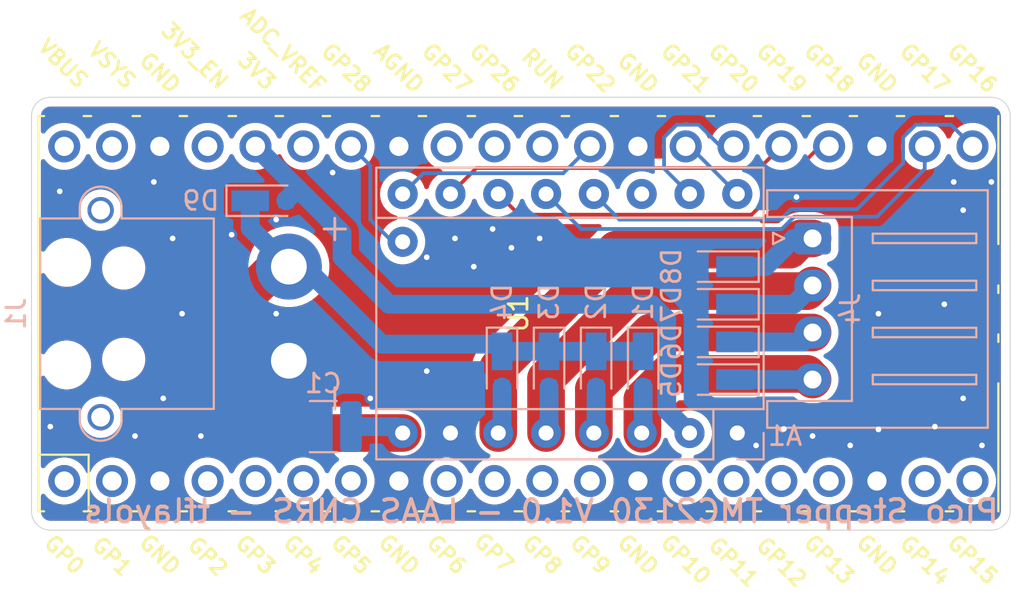
<source format=kicad_pcb>
(kicad_pcb (version 20241229) (generator "pcbnew") (generator_version "9.0")
  (layers (0 "F.Cu" signal) (2 "B.Cu" signal) (13 "F.Paste" user) (15 "B.Paste" user) (5 "F.SilkS" user "F.Silkscreen") (7 "B.SilkS" user "B.Silkscreen") (1 "F.Mask" user) (3 "B.Mask" user) (25 "Edge.Cuts" user))
  (net 0 "")
  (net 16 "Net-(A1-1A)")
  (net 17 "Net-(A1-1B)")
  (net 18 "/MOSI")
  (net 19 "GND")
  (net 20 "Net-(A1-2A)")
  (net 21 "/STEP_X")
  (net 22 "VDD")
  (net 23 "/ENA_X")
  (net 24 "VMOT")
  (net 25 "/DIR_X")
  (net 26 "/MISO")
  (net 27 "/CS_X")
  (net 28 "Net-(A1-2B)")
  (net 29 "/SCK")
  (net 30 "/CS_Y")
  (net 31 "/DIR_Y")
  (net 32 "/ENA_Y")
  (net 33 "/STEP_Y")
  (net 34 "/STEP_Z")
  (net 35 "/DIR_Z")
  (net 36 "/CS_Z")
  (net 37 "/ENA_Z")
  (net 39 "/DIAG0_X")
  (footprint "MCU_RaspberryPi_and_Boards:RPi_Pico_SMD_TH" (layer "F.Cu") (at 142.37 128.5 90)
    (property "Reference" "U1" (at 0 0 90) (layer "F.SilkS"))
    (property "Value" "Pico")
    (fp_line (start 10.5 -25.5) (end 10.5 -25.2) (stroke (width 0.12)) (layer "F.SilkS"))
    (fp_line (start -10.5 -25.5) (end 10.5 -25.5) (stroke (width 0.12)) (layer "F.SilkS"))
    (fp_line (start -10.5 -25.5) (end -10.5 -25.2) (stroke (width 0.12)) (layer "F.SilkS"))
    (fp_line (start 10.5 -23.1) (end 10.5 -22.7) (stroke (width 0.12)) (layer "F.SilkS"))
    (fp_line (start -10.5 -23.1) (end -10.5 -22.7) (stroke (width 0.12)) (layer "F.SilkS"))
    (fp_line (start -7.493 -22.833) (end -7.493 -25.5) (stroke (width 0.12)) (layer "F.SilkS"))
    (fp_line (start -10.5 -22.833) (end -7.493 -22.833) (stroke (width 0.12)) (layer "F.SilkS"))
    (fp_line (start 10.5 -20.5) (end 10.5 -20.1) (stroke (width 0.12)) (layer "F.SilkS"))
    (fp_line (start -10.5 -20.5) (end -10.5 -20.1) (stroke (width 0.12)) (layer "F.SilkS"))
    (fp_line (start 10.5 -18) (end 10.5 -17.6) (stroke (width 0.12)) (layer "F.SilkS"))
    (fp_line (start -10.5 -18) (end -10.5 -17.6) (stroke (width 0.12)) (layer "F.SilkS"))
    (fp_line (start 10.5 -15.4) (end 10.5 -15) (stroke (width 0.12)) (layer "F.SilkS"))
    (fp_line (start -10.5 -15.4) (end -10.5 -15) (stroke (width 0.12)) (layer "F.SilkS"))
    (fp_line (start 10.5 -12.9) (end 10.5 -12.5) (stroke (width 0.12)) (layer "F.SilkS"))
    (fp_line (start -10.5 -12.9) (end -10.5 -12.5) (stroke (width 0.12)) (layer "F.SilkS"))
    (fp_line (start 10.5 -10.4) (end 10.5 -10) (stroke (width 0.12)) (layer "F.SilkS"))
    (fp_line (start -10.5 -10.4) (end -10.5 -10) (stroke (width 0.12)) (layer "F.SilkS"))
    (fp_line (start 10.5 -7.8) (end 10.5 -7.4) (stroke (width 0.12)) (layer "F.SilkS"))
    (fp_line (start -10.5 -7.8) (end -10.5 -7.4) (stroke (width 0.12)) (layer "F.SilkS"))
    (fp_line (start 10.5 -5.3) (end 10.5 -4.9) (stroke (width 0.12)) (layer "F.SilkS"))
    (fp_line (start -10.5 -5.3) (end -10.5 -4.9) (stroke (width 0.12)) (layer "F.SilkS"))
    (fp_line (start 10.5 -2.7) (end 10.5 -2.3) (stroke (width 0.12)) (layer "F.SilkS"))
    (fp_line (start -10.5 -2.7) (end -10.5 -2.3) (stroke (width 0.12)) (layer "F.SilkS"))
    (fp_line (start 10.5 -0.2) (end 10.5 0.2) (stroke (width 0.12)) (layer "F.SilkS"))
    (fp_line (start -10.5 -0.2) (end -10.5 0.2) (stroke (width 0.12)) (layer "F.SilkS"))
    (fp_line (start 10.5 2.3) (end 10.5 2.7) (stroke (width 0.12)) (layer "F.SilkS"))
    (fp_line (start -10.5 2.3) (end -10.5 2.7) (stroke (width 0.12)) (layer "F.SilkS"))
    (fp_line (start 10.5 4.9) (end 10.5 5.3) (stroke (width 0.12)) (layer "F.SilkS"))
    (fp_line (start -10.5 4.9) (end -10.5 5.3) (stroke (width 0.12)) (layer "F.SilkS"))
    (fp_line (start 10.5 7.4) (end 10.5 7.8) (stroke (width 0.12)) (layer "F.SilkS"))
    (fp_line (start -10.5 7.4) (end -10.5 7.8) (stroke (width 0.12)) (layer "F.SilkS"))
    (fp_line (start 10.5 10) (end 10.5 10.4) (stroke (width 0.12)) (layer "F.SilkS"))
    (fp_line (start -10.5 10) (end -10.5 10.4) (stroke (width 0.12)) (layer "F.SilkS"))
    (fp_line (start 10.5 12.5) (end 10.5 12.9) (stroke (width 0.12)) (layer "F.SilkS"))
    (fp_line (start -10.5 12.5) (end -10.5 12.9) (stroke (width 0.12)) (layer "F.SilkS"))
    (fp_line (start 10.5 15.1) (end 10.5 15.5) (stroke (width 0.12)) (layer "F.SilkS"))
    (fp_line (start -10.5 15.1) (end -10.5 15.5) (stroke (width 0.12)) (layer "F.SilkS"))
    (fp_line (start 10.5 17.6) (end 10.5 18) (stroke (width 0.12)) (layer "F.SilkS"))
    (fp_line (start -10.5 17.6) (end -10.5 18) (stroke (width 0.12)) (layer "F.SilkS"))
    (fp_line (start 10.5 20.1) (end 10.5 20.5) (stroke (width 0.12)) (layer "F.SilkS"))
    (fp_line (start -10.5 20.1) (end -10.5 20.5) (stroke (width 0.12)) (layer "F.SilkS"))
    (fp_line (start 10.5 22.7) (end 10.5 23.1) (stroke (width 0.12)) (layer "F.SilkS"))
    (fp_line (start -10.5 22.7) (end -10.5 23.1) (stroke (width 0.12)) (layer "F.SilkS"))
    (fp_line (start 10.5 25.5) (end 3.7 25.5) (stroke (width 0.12)) (layer "F.SilkS"))
    (fp_line (start 1.1 25.5) (end 1.5 25.5) (stroke (width 0.12)) (layer "F.SilkS"))
    (fp_line (start -1.5 25.5) (end -1.1 25.5) (stroke (width 0.12)) (layer "F.SilkS"))
    (fp_line (start -3.7 25.5) (end -10.5 25.5) (stroke (width 0.12)) (layer "F.SilkS"))
    (fp_text user "GP13" (at -13.054 16.51 135) (layer "F.SilkS") (effects (font (size 0.8 0.8))))
    (fp_text user "GND" (at 12.8 19.05 135) (layer "F.SilkS") (effects (font (size 0.8 0.8))))
    (fp_text user "GP22" (at 13.054 3.81 135) (layer "F.SilkS") (effects (font (size 0.8 0.8))))
    (fp_text user "AGND" (at 13.054 -6.35 135) (layer "F.SilkS") (effects (font (size 0.8 0.8))))
    (fp_text user "GP15" (at -13.054 24.13 135) (layer "F.SilkS") (effects (font (size 0.8 0.8))))
    (fp_text user "3V3_EN" (at 13.7 -17.2 135) (layer "F.SilkS") (effects (font (size 0.8 0.8))))
    (fp_text user "GP9" (at -12.8 3.81 135) (layer "F.SilkS") (effects (font (size 0.8 0.8))))
    (fp_text user "GND" (at -12.8 6.35 135) (layer "F.SilkS") (effects (font (size 0.8 0.8))))
    (fp_text user "GP27" (at 13.054 -3.8 135) (layer "F.SilkS") (effects (font (size 0.8 0.8))))
    (fp_text user "GND" (at 12.8 -19.05 135) (layer "F.SilkS") (effects (font (size 0.8 0.8))))
    (fp_text user "GP7" (at -12.7 -1.3 135) (layer "F.SilkS") (effects (font (size 0.8 0.8))))
    (fp_text user "GND" (at -12.8 -6.35 135) (layer "F.SilkS") (effects (font (size 0.8 0.8))))
    (fp_text user "GP19" (at 13.054 13.97 135) (layer "F.SilkS") (effects (font (size 0.8 0.8))))
    (fp_text user "GND" (at -12.8 19.05 135) (layer "F.SilkS") (effects (font (size 0.8 0.8))))
    (fp_text user "GP4" (at -12.8 -11.43 135) (layer "F.SilkS") (effects (font (size 0.8 0.8))))
    (fp_text user "VBUS" (at 13.3 -24.2 135) (layer "F.SilkS") (effects (font (size 0.8 0.8))))
    (fp_text user "GP0" (at -12.8 -24.13 135) (layer "F.SilkS") (effects (font (size 0.8 0.8))))
    (fp_text user "GP8" (at -12.8 1.27 135) (layer "F.SilkS") (effects (font (size 0.8 0.8))))
    (fp_text user "GND" (at -12.8 -19.05 135) (layer "F.SilkS") (effects (font (size 0.8 0.8))))
    (fp_text user "GP3" (at -12.8 -13.97 135) (layer "F.SilkS") (effects (font (size 0.8 0.8))))
    (fp_text user "GP16" (at 13.054 24.13 135) (layer "F.SilkS") (effects (font (size 0.8 0.8))))
    (fp_text user "GP26" (at 13.054 -1.27 135) (layer "F.SilkS") (effects (font (size 0.8 0.8))))
    (fp_text user "GP14" (at -13.1 21.59 135) (layer "F.SilkS") (effects (font (size 0.8 0.8))))
    (fp_text user "RUN" (at 13 1.27 135) (layer "F.SilkS") (effects (font (size 0.8 0.8))))
    (fp_text user "GP17" (at 13.054 21.59 135) (layer "F.SilkS") (effects (font (size 0.8 0.8))))
    (fp_text user "GP28" (at 13.054 -9.144 135) (layer "F.SilkS") (effects (font (size 0.8 0.8))))
    (fp_text user "GP12" (at -13.2 13.97 135) (layer "F.SilkS") (effects (font (size 0.8 0.8))))
    (fp_text user "VSYS" (at 13.2 -21.59 135) (layer "F.SilkS") (effects (font (size 0.8 0.8))))
    (fp_text user "GP2" (at -12.9 -16.51 135) (layer "F.SilkS") (effects (font (size 0.8 0.8))))
    (fp_text user "GP18" (at 13.054 16.51 135) (layer "F.SilkS") (effects (font (size 0.8 0.8))))
    (fp_text user "GP11" (at -13.2 11.43 135) (layer "F.SilkS") (effects (font (size 0.8 0.8))))
    (fp_text user "GND" (at 12.8 6.35 135) (layer "F.SilkS") (effects (font (size 0.8 0.8))))
    (fp_text user "GP6" (at -12.8 -3.81 135) (layer "F.SilkS") (effects (font (size 0.8 0.8))))
    (fp_text user "ADC_VREF" (at 14 -12.5 135) (layer "F.SilkS") (effects (font (size 0.8 0.8))))
    (fp_text user "GP5" (at -12.8 -8.89 135) (layer "F.SilkS") (effects (font (size 0.8 0.8))))
    (fp_text user "GP21" (at 13.054 8.9 135) (layer "F.SilkS") (effects (font (size 0.8 0.8))))
    (fp_text user "GP10" (at -13.054 8.89 135) (layer "F.SilkS") (effects (font (size 0.8 0.8))))
    (fp_text user "GP20" (at 13.054 11.43 135) (layer "F.SilkS") (effects (font (size 0.8 0.8))))
    (fp_text user "3V3" (at 12.9 -13.9 135) (layer "F.SilkS") (effects (font (size 0.8 0.8))))
    (fp_text user "GP1" (at -12.9 -21.6 135) (layer "F.SilkS") (effects (font (size 0.8 0.8))))
    (pad "" np_thru_hole oval (at -2.725 -24 90) (size 1.8 1.8) (drill 1.8) (layers "*.Cu" "*.Mask"))
    (pad "" np_thru_hole oval (at -2.425 -20.97 90) (size 1.5 1.5) (drill 1.5) (layers "*.Cu" "*.Mask"))
    (pad "" np_thru_hole oval (at 2.425 -20.97 90) (size 1.5 1.5) (drill 1.5) (layers "*.Cu" "*.Mask"))
    (pad "" np_thru_hole oval (at 2.725 -24 90) (size 1.8 1.8) (drill 1.8) (layers "*.Cu" "*.Mask"))
    (pad "1" thru_hole oval (at -8.89 -24.13 90) (size 1.7 1.7) (drill 1.02) (layers "*.Cu" "*.Mask"))
    (pad "2" thru_hole oval (at -8.89 -21.59 90) (size 1.7 1.7) (drill 1.02) (layers "*.Cu" "*.Mask"))
    (pad "3" thru_hole rect (at -8.89 -19.05 90) (size 1.7 1.7) (drill 1.02) (layers "*.Cu" "*.Mask") (net 19 "GND"))
    (pad "4" thru_hole oval (at -8.89 -16.51 90) (size 1.7 1.7) (drill 1.02) (layers "*.Cu" "*.Mask"))
    (pad "5" thru_hole oval (at -8.89 -13.97 90) (size 1.7 1.7) (drill 1.02) (layers "*.Cu" "*.Mask"))
    (pad "6" thru_hole oval (at -8.89 -11.43 90) (size 1.7 1.7) (drill 1.02) (layers "*.Cu" "*.Mask"))
    (pad "7" thru_hole oval (at -8.89 -8.89 90) (size 1.7 1.7) (drill 1.02) (layers "*.Cu" "*.Mask"))
    (pad "8" thru_hole rect (at -8.89 -6.35 90) (size 1.7 1.7) (drill 1.02) (layers "*.Cu" "*.Mask") (net 19 "GND"))
    (pad "9" thru_hole oval (at -8.89 -3.81 90) (size 1.7 1.7) (drill 1.02) (layers "*.Cu" "*.Mask") (net 30 "/CS_Y"))
    (pad "10" thru_hole oval (at -8.89 -1.27 90) (size 1.7 1.7) (drill 1.02) (layers "*.Cu" "*.Mask") (net 32 "/ENA_Y"))
    (pad "11" thru_hole oval (at -8.89 1.27 90) (size 1.7 1.7) (drill 1.02) (layers "*.Cu" "*.Mask") (net 31 "/DIR_Y"))
    (pad "12" thru_hole oval (at -8.89 3.81 90) (size 1.7 1.7) (drill 1.02) (layers "*.Cu" "*.Mask") (net 33 "/STEP_Y"))
    (pad "13" thru_hole rect (at -8.89 6.35 90) (size 1.7 1.7) (drill 1.02) (layers "*.Cu" "*.Mask") (net 19 "GND"))
    (pad "14" thru_hole oval (at -8.89 8.89 90) (size 1.7 1.7) (drill 1.02) (layers "*.Cu" "*.Mask") (net 36 "/CS_Z"))
    (pad "15" thru_hole oval (at -8.89 11.43 90) (size 1.7 1.7) (drill 1.02) (layers "*.Cu" "*.Mask") (net 37 "/ENA_Z"))
    (pad "16" thru_hole oval (at -8.89 13.97 90) (size 1.7 1.7) (drill 1.02) (layers "*.Cu" "*.Mask") (net 35 "/DIR_Z"))
    (pad "17" thru_hole oval (at -8.89 16.51 90) (size 1.7 1.7) (drill 1.02) (layers "*.Cu" "*.Mask") (net 34 "/STEP_Z"))
    (pad "18" thru_hole rect (at -8.89 19.05 90) (size 1.7 1.7) (drill 1.02) (layers "*.Cu" "*.Mask") (net 19 "GND"))
    (pad "19" thru_hole oval (at -8.89 21.59 90) (size 1.7 1.7) (drill 1.02) (layers "*.Cu" "*.Mask"))
    (pad "20" thru_hole oval (at -8.89 24.13 90) (size 1.7 1.7) (drill 1.02) (layers "*.Cu" "*.Mask"))
    (pad "21" thru_hole oval (at 8.89 24.13 90) (size 1.7 1.7) (drill 1.02) (layers "*.Cu" "*.Mask") (net 26 "/MISO"))
    (pad "22" thru_hole oval (at 8.89 21.59 90) (size 1.7 1.7) (drill 1.02) (layers "*.Cu" "*.Mask") (net 27 "/CS_X"))
    (pad "23" thru_hole rect (at 8.89 19.05 90) (size 1.7 1.7) (drill 1.02) (layers "*.Cu" "*.Mask") (net 19 "GND"))
    (pad "24" thru_hole oval (at 8.89 16.51 90) (size 1.7 1.7) (drill 1.02) (layers "*.Cu" "*.Mask") (net 29 "/SCK"))
    (pad "25" thru_hole oval (at 8.89 13.97 90) (size 1.7 1.7) (drill 1.02) (layers "*.Cu" "*.Mask") (net 18 "/MOSI"))
    (pad "26" thru_hole oval (at 8.89 11.43 90) (size 1.7 1.7) (drill 1.02) (layers "*.Cu" "*.Mask") (net 21 "/STEP_X"))
    (pad "27" thru_hole oval (at 8.89 8.89 90) (size 1.7 1.7) (drill 1.02) (layers "*.Cu" "*.Mask") (net 25 "/DIR_X"))
    (pad "28" thru_hole rect (at 8.89 6.35 90) (size 1.7 1.7) (drill 1.02) (layers "*.Cu" "*.Mask") (net 19 "GND"))
    (pad "29" thru_hole oval (at 8.89 3.81 90) (size 1.7 1.7) (drill 1.02) (layers "*.Cu" "*.Mask") (net 23 "/ENA_X"))
    (pad "30" thru_hole oval (at 8.89 1.27 90) (size 1.7 1.7) (drill 1.02) (layers "*.Cu" "*.Mask"))
    (pad "31" thru_hole oval (at 8.89 -1.27 90) (size 1.7 1.7) (drill 1.02) (layers "*.Cu" "*.Mask"))
    (pad "32" thru_hole oval (at 8.89 -3.81 90) (size 1.7 1.7) (drill 1.02) (layers "*.Cu" "*.Mask"))
    (pad "33" thru_hole rect (at 8.89 -6.35 90) (size 1.7 1.7) (drill 1.02) (layers "*.Cu" "*.Mask") (net 19 "GND"))
    (pad "34" thru_hole oval (at 8.89 -8.89 90) (size 1.7 1.7) (drill 1.02) (layers "*.Cu" "*.Mask") (net 39 "/DIAG0_X"))
    (pad "35" thru_hole oval (at 8.89 -11.43 90) (size 1.7 1.7) (drill 1.02) (layers "*.Cu" "*.Mask"))
    (pad "36" thru_hole oval (at 8.89 -13.97 90) (size 1.7 1.7) (drill 1.02) (layers "*.Cu" "*.Mask") (net 22 "VDD"))
    (pad "37" thru_hole oval (at 8.89 -16.51 90) (size 1.7 1.7) (drill 1.02) (layers "*.Cu" "*.Mask"))
    (pad "38" thru_hole rect (at 8.89 -19.05 90) (size 1.7 1.7) (drill 1.02) (layers "*.Cu" "*.Mask") (net 19 "GND"))
    (pad "39" thru_hole oval (at 8.89 -21.59 90) (size 1.7 1.7) (drill 1.02) (layers "*.Cu" "*.Mask"))
    (pad "40" thru_hole oval (at 8.89 -24.13 90) (size 1.7 1.7) (drill 1.02) (layers "*.Cu" "*.Mask"))
  )
  (footprint "Diode_SMD:D_MicroSMP_AK" (layer "B.Cu") (at 141.5 131.38 -90)
    (property "Reference" "D4" (at -3.5 0 90) (layer "B.SilkS") (effects (justify mirror)))
    (property "Value" "MSS1P4-M3")
    (fp_line (start -2.14 0.81) (end 1.1 0.81) (stroke (width 0.12)) (layer "B.SilkS"))
    (fp_line (start -2.14 0.81) (end -2.14 -0.81) (stroke (width 0.12)) (layer "B.SilkS"))
    (fp_line (start -2.14 -0.81) (end 1.1 -0.81) (stroke (width 0.12)) (layer "B.SilkS"))
    (pad "1" smd rect (at -0.88 0 270) (size 2 1.1) (layers "B.Cu" "B.Mask" "B.Paste") (net 24 "VMOT"))
    (pad "2" smd rect (at 1.02 0 270) (size 0.8 0.8) (layers "B.Cu" "B.Mask" "B.Paste") (net 28 "Net-(A1-2B)"))
  )
  (footprint "Diode_SMD:D_MicroSMP_AK" (layer "B.Cu") (at 149 131.38 -90)
    (property "Reference" "D1" (at -3.5 0 90) (layer "B.SilkS") (effects (justify mirror)))
    (property "Value" "MSS1P4-M3")
    (fp_line (start -2.14 0.81) (end 1.1 0.81) (stroke (width 0.12)) (layer "B.SilkS"))
    (fp_line (start -2.14 0.81) (end -2.14 -0.81) (stroke (width 0.12)) (layer "B.SilkS"))
    (fp_line (start -2.14 -0.81) (end 1.1 -0.81) (stroke (width 0.12)) (layer "B.SilkS"))
    (pad "1" smd rect (at -0.88 0 270) (size 2 1.1) (layers "B.Cu" "B.Mask" "B.Paste") (net 24 "VMOT"))
    (pad "2" smd rect (at 1.02 0 270) (size 0.8 0.8) (layers "B.Cu" "B.Mask" "B.Paste") (net 17 "Net-(A1-1B)"))
  )
  (footprint "Connector_AMASS:AMASS_XT30PW-M_1x02_P2.50mm_Horizontal" (layer "B.Cu") (at 130.175 131 -90)
    (property "Reference" "J1" (at -2.5 14.5 90) (layer "B.SilkS") (effects (justify mirror)))
    (property "Value" "Conn_01x02_Pin")
    (fp_line (start -7.56 13.21) (end 2.56 13.21) (stroke (width 0.12)) (layer "B.SilkS"))
    (fp_line (start -7.56 13.21) (end -7.56 11.11) (stroke (width 0.12)) (layer "B.SilkS"))
    (fp_line (start 2.56 13.21) (end 2.56 11.11) (stroke (width 0.12)) (layer "B.SilkS"))
    (fp_line (start -8.15 11.11) (end -7.56 11.11) (stroke (width 0.12)) (layer "B.SilkS"))
    (fp_line (start 2.56 11.11) (end 3.15 11.11) (stroke (width 0.12)) (layer "B.SilkS"))
    (fp_line (start -8.15 8.89) (end -7.56 8.89) (stroke (width 0.12)) (layer "B.SilkS"))
    (fp_line (start -7.56 8.89) (end -7.56 3.99) (stroke (width 0.12)) (layer "B.SilkS"))
    (fp_line (start 2.56 8.89) (end 3.15 8.89) (stroke (width 0.12)) (layer "B.SilkS"))
    (fp_line (start 2.56 8.89) (end 2.56 3.99) (stroke (width 0.12)) (layer "B.SilkS"))
    (fp_line (start -7.56 3.99) (end 2.56 3.99) (stroke (width 0.12)) (layer "B.SilkS"))
    (fp_arc (start -8.15 11.11) (mid -9.26 10) (end -8.15 8.89) (stroke (width 0.12)) (layer "B.SilkS"))
    (fp_arc (start 3.15 8.89) (mid 4.26 10) (end 3.15 11.11) (stroke (width 0.12)) (layer "B.SilkS"))
    (fp_text user "+" (at -7 -2.325 90) (layer "B.SilkS") (effects (font (size 1.5 1.5)) (justify mirror)))
    (fp_text user "-" (at 2 -2.325 90) (layer "B.SilkS") (effects (font (size 1.5 1.5)) (justify mirror)))
    (pad "" thru_hole circle (at -8 10 270) (size 1.4 1.4) (drill 1) (layers "*.Cu" "*.Mask"))
    (pad "" thru_hole circle (at 3 10 270) (size 1.4 1.4) (drill 1) (layers "*.Cu" "*.Mask"))
    (pad "1" thru_hole roundrect (at 0 0 270) (size 3.5 3.5) (drill 1.9) (layers "*.Cu" "*.Mask") (roundrect_rratio 0.22) (net 19 "GND"))
    (pad "2" thru_hole circle (at -5 0 270) (size 3.5 3.5) (drill 1.9) (layers "*.Cu" "*.Mask") (net 24 "VMOT"))
  )
  (footprint "Diode_SMD:D_MicroSMP_AK" (layer "B.Cu") (at 153 130 180)
    (property "Reference" "D6" (at 2.5 0 90) (layer "B.SilkS") (effects (justify mirror)))
    (property "Value" "MSS1P4-M3")
    (fp_line (start -2.14 0.81) (end 1.1 0.81) (stroke (width 0.12)) (layer "B.SilkS"))
    (fp_line (start -2.14 0.81) (end -2.14 -0.81) (stroke (width 0.12)) (layer "B.SilkS"))
    (fp_line (start -2.14 -0.81) (end 1.1 -0.81) (stroke (width 0.12)) (layer "B.SilkS"))
    (pad "1" smd rect (at -0.88 0 180) (size 2 1.1) (layers "B.Cu" "B.Mask" "B.Paste") (net 16 "Net-(A1-1A)"))
    (pad "2" smd rect (at 1.02 0 180) (size 0.8 0.8) (layers "B.Cu" "B.Mask" "B.Paste") (net 19 "GND"))
  )
  (footprint "Diode_SMD:D_MicroSMP_AK" (layer "B.Cu") (at 153 128 180)
    (property "Reference" "D7" (at 2.5 0 90) (layer "B.SilkS") (effects (justify mirror)))
    (property "Value" "MSS1P4-M3")
    (fp_line (start -2.14 0.81) (end 1.1 0.81) (stroke (width 0.12)) (layer "B.SilkS"))
    (fp_line (start -2.14 0.81) (end -2.14 -0.81) (stroke (width 0.12)) (layer "B.SilkS"))
    (fp_line (start -2.14 -0.81) (end 1.1 -0.81) (stroke (width 0.12)) (layer "B.SilkS"))
    (pad "1" smd rect (at -0.88 0 180) (size 2 1.1) (layers "B.Cu" "B.Mask" "B.Paste") (net 20 "Net-(A1-2A)"))
    (pad "2" smd rect (at 1.02 0 180) (size 0.8 0.8) (layers "B.Cu" "B.Mask" "B.Paste") (net 19 "GND"))
  )
  (footprint "Diode_SMD:D_MicroSMP_AK" (layer "B.Cu") (at 146.5 131.38 -90)
    (property "Reference" "D2" (at -3.5 0 90) (layer "B.SilkS") (effects (justify mirror)))
    (property "Value" "MSS1P4-M3")
    (fp_line (start -2.14 0.81) (end 1.1 0.81) (stroke (width 0.12)) (layer "B.SilkS"))
    (fp_line (start -2.14 0.81) (end -2.14 -0.81) (stroke (width 0.12)) (layer "B.SilkS"))
    (fp_line (start -2.14 -0.81) (end 1.1 -0.81) (stroke (width 0.12)) (layer "B.SilkS"))
    (pad "1" smd rect (at -0.88 0 270) (size 2 1.1) (layers "B.Cu" "B.Mask" "B.Paste") (net 24 "VMOT"))
    (pad "2" smd rect (at 1.02 0 270) (size 0.8 0.8) (layers "B.Cu" "B.Mask" "B.Paste") (net 16 "Net-(A1-1A)"))
  )
  (footprint "Diode_SMD:D_MicroSMP_AK" (layer "B.Cu") (at 129 122.5)
    (property "Reference" "D9" (at -3.5 0 0) (layer "B.SilkS") (effects (justify mirror)))
    (property "Value" "MSS1P4-M3")
    (fp_line (start -2.14 -0.81) (end 1.1 -0.81) (stroke (width 0.12)) (layer "B.SilkS"))
    (fp_line (start -2.14 0.81) (end -2.14 -0.81) (stroke (width 0.12)) (layer "B.SilkS"))
    (fp_line (start -2.14 0.81) (end 1.1 0.81) (stroke (width 0.12)) (layer "B.SilkS"))
    (pad "1" smd rect (at -0.88 0) (size 2 1.1) (layers "B.Cu" "B.Mask" "B.Paste") (net 24 "VMOT"))
    (pad "2" smd rect (at 1.02 0) (size 0.8 0.8) (layers "B.Cu" "B.Mask" "B.Paste") (net 22 "VDD"))
  )
  (footprint "Diode_SMD:D_MicroSMP_AK" (layer "B.Cu") (at 153 132 180)
    (property "Reference" "D5" (at 2.5 0 90) (layer "B.SilkS") (effects (justify mirror)))
    (property "Value" "MSS1P4-M3")
    (fp_line (start -2.14 0.81) (end 1.1 0.81) (stroke (width 0.12)) (layer "B.SilkS"))
    (fp_line (start -2.14 0.81) (end -2.14 -0.81) (stroke (width 0.12)) (layer "B.SilkS"))
    (fp_line (start -2.14 -0.81) (end 1.1 -0.81) (stroke (width 0.12)) (layer "B.SilkS"))
    (pad "1" smd rect (at -0.88 0 180) (size 2 1.1) (layers "B.Cu" "B.Mask" "B.Paste") (net 17 "Net-(A1-1B)"))
    (pad "2" smd rect (at 1.02 0 180) (size 0.8 0.8) (layers "B.Cu" "B.Mask" "B.Paste") (net 19 "GND"))
  )
  (footprint "Capacitor_SMD:C_1210_3225Metric" (layer "B.Cu") (at 132 134.5 180)
    (property "Reference" "C1" (at 0 2.3 0) (layer "B.SilkS") (effects (justify mirror)))
    (property "Value" "C")
    (fp_line (start -0.711252 1.36) (end 0.711252 1.36) (stroke (width 0.12)) (layer "B.SilkS"))
    (fp_line (start -0.711252 -1.36) (end 0.711252 -1.36) (stroke (width 0.12)) (layer "B.SilkS"))
    (pad "1" smd roundrect (at -1.475 0 180) (size 1.15 2.7) (layers "B.Cu" "B.Mask" "B.Paste") (roundrect_rratio 0.217391) (net 24 "VMOT"))
    (pad "2" smd roundrect (at 1.475 0 180) (size 1.15 2.7) (layers "B.Cu" "B.Mask" "B.Paste") (roundrect_rratio 0.217391) (net 19 "GND"))
  )
  (footprint "Diode_SMD:D_MicroSMP_AK" (layer "B.Cu") (at 144 131.38 -90)
    (property "Reference" "D3" (at -3.5 0 90) (layer "B.SilkS") (effects (justify mirror)))
    (property "Value" "MSS1P4-M3")
    (fp_line (start -2.14 0.81) (end 1.1 0.81) (stroke (width 0.12)) (layer "B.SilkS"))
    (fp_line (start -2.14 0.81) (end -2.14 -0.81) (stroke (width 0.12)) (layer "B.SilkS"))
    (fp_line (start -2.14 -0.81) (end 1.1 -0.81) (stroke (width 0.12)) (layer "B.SilkS"))
    (pad "1" smd rect (at -0.88 0 270) (size 2 1.1) (layers "B.Cu" "B.Mask" "B.Paste") (net 24 "VMOT"))
    (pad "2" smd rect (at 1.02 0 270) (size 0.8 0.8) (layers "B.Cu" "B.Mask" "B.Paste") (net 20 "Net-(A1-2A)"))
  )
  (footprint "Diode_SMD:D_MicroSMP_AK" (layer "B.Cu") (at 153 126 180)
    (property "Reference" "D8" (at 2.5 0 90) (layer "B.SilkS") (effects (justify mirror)))
    (property "Value" "MSS1P4-M3")
    (fp_line (start -2.14 0.81) (end 1.1 0.81) (stroke (width 0.12)) (layer "B.SilkS"))
    (fp_line (start -2.14 0.81) (end -2.14 -0.81) (stroke (width 0.12)) (layer "B.SilkS"))
    (fp_line (start -2.14 -0.81) (end 1.1 -0.81) (stroke (width 0.12)) (layer "B.SilkS"))
    (pad "1" smd rect (at -0.88 0 180) (size 2 1.1) (layers "B.Cu" "B.Mask" "B.Paste") (net 28 "Net-(A1-2B)"))
    (pad "2" smd rect (at 1.02 0 180) (size 0.8 0.8) (layers "B.Cu" "B.Mask" "B.Paste") (net 19 "GND"))
  )
  (footprint "Module:Pololu_Breakout-16_15.2x20.3mm" (layer "B.Cu") (at 154 134.84 90)
    (property "Reference" "A1" (at -0.16 2.54 0) (layer "B.SilkS") (effects (justify mirror)))
    (property "Value" "SilentStepStick-TMC2130")
    (fp_line (start 14.1 -19.18) (end 14.1 1.4) (stroke (width 0.12)) (layer "B.SilkS"))
    (fp_line (start -1.4 -19.18) (end 14.1 -19.18) (stroke (width 0.12)) (layer "B.SilkS"))
    (fp_line (start 1.27 -1.27) (end 1.27 -19.18) (stroke (width 0.12)) (layer "B.SilkS"))
    (fp_line (start 1.27 -1.27) (end -1.4 -1.27) (stroke (width 0.12)) (layer "B.SilkS"))
    (fp_line (start -1.4 -1.27) (end -1.4 -19.18) (stroke (width 0.12)) (layer "B.SilkS"))
    (fp_line (start 14.1 1.4) (end 1.27 1.4) (stroke (width 0.12)) (layer "B.SilkS"))
    (fp_line (start 11.43 1.4) (end 11.43 -19.18) (stroke (width 0.12)) (layer "B.SilkS"))
    (fp_line (start 1.27 1.4) (end 1.27 -1.27) (stroke (width 0.12)) (layer "B.SilkS"))
    (fp_line (start 0 1.4) (end -1.4 1.4) (stroke (width 0.12)) (layer "B.SilkS"))
    (fp_line (start -1.4 1.4) (end -1.4 0) (stroke (width 0.12)) (layer "B.SilkS"))
    (pad "1" thru_hole rect (at 0 0 90) (size 1.6 1.6) (drill 0.8) (layers "*.Cu" "*.Mask") (net 19 "GND"))
    (pad "2" thru_hole oval (at 0 -2.54 90) (size 1.6 1.6) (drill 0.8) (layers "*.Cu" "*.Mask") (net 22 "VDD"))
    (pad "3" thru_hole oval (at 0 -5.08 90) (size 1.6 1.6) (drill 0.8) (layers "*.Cu" "*.Mask") (net 17 "Net-(A1-1B)"))
    (pad "4" thru_hole oval (at 0 -7.62 90) (size 1.6 1.6) (drill 0.8) (layers "*.Cu" "*.Mask") (net 16 "Net-(A1-1A)"))
    (pad "5" thru_hole oval (at 0 -10.16 90) (size 1.6 1.6) (drill 0.8) (layers "*.Cu" "*.Mask") (net 20 "Net-(A1-2A)"))
    (pad "6" thru_hole oval (at 0 -12.7 90) (size 1.6 1.6) (drill 0.8) (layers "*.Cu" "*.Mask") (net 28 "Net-(A1-2B)"))
    (pad "7" thru_hole oval (at 0 -15.24 90) (size 1.6 1.6) (drill 0.8) (layers "*.Cu" "*.Mask") (net 19 "GND"))
    (pad "8" thru_hole oval (at 0 -17.78 90) (size 1.6 1.6) (drill 0.8) (layers "*.Cu" "*.Mask") (net 24 "VMOT"))
    (pad "9" thru_hole oval (at 12.7 -17.78 90) (size 1.6 1.6) (drill 0.8) (layers "*.Cu" "*.Mask") (net 23 "/ENA_X"))
    (pad "10" thru_hole oval (at 12.7 -15.24 90) (size 1.6 1.6) (drill 0.8) (layers "*.Cu" "*.Mask") (net 18 "/MOSI"))
    (pad "11" thru_hole oval (at 12.7 -12.7 90) (size 1.6 1.6) (drill 0.8) (layers "*.Cu" "*.Mask") (net 29 "/SCK"))
    (pad "12" thru_hole oval (at 12.7 -10.16 90) (size 1.6 1.6) (drill 0.8) (layers "*.Cu" "*.Mask") (net 27 "/CS_X"))
    (pad "13" thru_hole oval (at 12.7 -7.62 90) (size 1.6 1.6) (drill 0.8) (layers "*.Cu" "*.Mask") (net 26 "/MISO"))
    (pad "14" thru_hole oval (at 12.7 -5.08 90) (size 1.6 1.6) (drill 0.8) (layers "*.Cu" "*.Mask"))
    (pad "15" thru_hole oval (at 12.7 -2.54 90) (size 1.6 1.6) (drill 0.8) (layers "*.Cu" "*.Mask") (net 21 "/STEP_X"))
    (pad "16" thru_hole oval (at 12.7 0 90) (size 1.6 1.6) (drill 0.8) (layers "*.Cu" "*.Mask") (net 25 "/DIR_X"))
    (pad "17" thru_hole oval (at 10.16 -17.78 90) (size 1.6 1.6) (drill 0.8) (layers "*.Cu" "*.Mask") (net 39 "/DIAG0_X"))
  )
  (footprint "Connector_JST:JST_XH_S4B-XH-A_1x04_P2.50mm_Horizontal" (layer "B.Cu") (at 158 124.5 -90)
    (property "Reference" "J4" (at 3.75 -2 90) (layer "B.SilkS") (effects (justify mirror)))
    (property "Value" "Conn_01x04_Socket")
    (fp_line (start -2.56 2.41) (end -1.14 2.41) (stroke (width 0.12)) (layer "B.SilkS"))
    (fp_line (start -1.14 2.41) (end -1.14 -2.09) (stroke (width 0.12)) (layer "B.SilkS"))
    (fp_line (start 8.64 2.41) (end 8.64 -2.09) (stroke (width 0.12)) (layer "B.SilkS"))
    (fp_line (start 10.06 2.41) (end 8.64 2.41) (stroke (width 0.12)) (layer "B.SilkS"))
    (fp_line (start -0.3 2.1) (end 0.3 2.1) (stroke (width 0.12)) (layer "B.SilkS"))
    (fp_line (start 0.3 2.1) (end 0 1.5) (stroke (width 0.12)) (layer "B.SilkS"))
    (fp_line (start 0 1.5) (end -0.3 2.1) (stroke (width 0.12)) (layer "B.SilkS"))
    (fp_line (start -1.14 -2.09) (end 3.75 -2.09) (stroke (width 0.12)) (layer "B.SilkS"))
    (fp_line (start 8.64 -2.09) (end 3.75 -2.09) (stroke (width 0.12)) (layer "B.SilkS"))
    (fp_line (start -0.25 -3.2) (end -0.25 -8.7) (stroke (width 0.12)) (layer "B.SilkS"))
    (fp_line (start 0.25 -3.2) (end -0.25 -3.2) (stroke (width 0.12)) (layer "B.SilkS"))
    (fp_line (start 2.25 -3.2) (end 2.25 -8.7) (stroke (width 0.12)) (layer "B.SilkS"))
    (fp_line (start 2.75 -3.2) (end 2.25 -3.2) (stroke (width 0.12)) (layer "B.SilkS"))
    (fp_line (start 4.75 -3.2) (end 4.75 -8.7) (stroke (width 0.12)) (layer "B.SilkS"))
    (fp_line (start 5.25 -3.2) (end 4.75 -3.2) (stroke (width 0.12)) (layer "B.SilkS"))
    (fp_line (start 7.25 -3.2) (end 7.25 -8.7) (stroke (width 0.12)) (layer "B.SilkS"))
    (fp_line (start 7.75 -3.2) (end 7.25 -3.2) (stroke (width 0.12)) (layer "B.SilkS"))
    (fp_line (start -0.25 -8.7) (end 0.25 -8.7) (stroke (width 0.12)) (layer "B.SilkS"))
    (fp_line (start 0.25 -8.7) (end 0.25 -3.2) (stroke (width 0.12)) (layer "B.SilkS"))
    (fp_line (start 2.25 -8.7) (end 2.75 -8.7) (stroke (width 0.12)) (layer "B.SilkS"))
    (fp_line (start 2.75 -8.7) (end 2.75 -3.2) (stroke (width 0.12)) (layer "B.SilkS"))
    (fp_line (start 4.75 -8.7) (end 5.25 -8.7) (stroke (width 0.12)) (layer "B.SilkS"))
    (fp_line (start 5.25 -8.7) (end 5.25 -3.2) (stroke (width 0.12)) (layer "B.SilkS"))
    (fp_line (start 7.25 -8.7) (end 7.75 -8.7) (stroke (width 0.12)) (layer "B.SilkS"))
    (fp_line (start 7.75 -8.7) (end 7.75 -3.2) (stroke (width 0.12)) (layer "B.SilkS"))
    (fp_line (start -2.56 -9.31) (end -2.56 2.41) (stroke (width 0.12)) (layer "B.SilkS"))
    (fp_line (start 3.75 -9.31) (end -2.56 -9.31) (stroke (width 0.12)) (layer "B.SilkS"))
    (fp_line (start 3.75 -9.31) (end 10.06 -9.31) (stroke (width 0.12)) (layer "B.SilkS"))
    (fp_line (start 10.06 -9.31) (end 10.06 2.41) (stroke (width 0.12)) (layer "B.SilkS"))
    (pad "1" thru_hole roundrect (at 0 0 270) (size 1.7 1.95) (drill 0.95) (layers "*.Cu" "*.Mask") (roundrect_rratio 0.147059) (net 28 "Net-(A1-2B)"))
    (pad "2" thru_hole oval (at 2.5 0 270) (size 1.7 1.95) (drill 0.95) (layers "*.Cu" "*.Mask") (net 20 "Net-(A1-2A)"))
    (pad "3" thru_hole oval (at 5 0 270) (size 1.7 1.95) (drill 0.95) (layers "*.Cu" "*.Mask") (net 16 "Net-(A1-1A)"))
    (pad "4" thru_hole oval (at 7.5 0 270) (size 1.7 1.95) (drill 0.95) (layers "*.Cu" "*.Mask") (net 17 "Net-(A1-1B)"))
  )
  (gr_arc (start 116.5 118) (mid 116.792893 117.292893) (end 117.5 117) (stroke (width 0.05)) (layer "Edge.Cuts"))
  (gr_arc (start 117.5 140) (mid 116.792893 139.707107) (end 116.5 139) (stroke (width 0.05)) (layer "Edge.Cuts"))
  (gr_arc (start 167.5 117) (mid 168.207107 117.292893) (end 168.5 118) (stroke (width 0.05)) (layer "Edge.Cuts"))
  (gr_line (start 167.5 140) (end 117.5 140) (stroke (width 0.05)) (layer "Edge.Cuts"))
  (gr_arc (start 168.5 139) (mid 168.207107 139.707107) (end 167.5 140) (stroke (width 0.05)) (layer "Edge.Cuts"))
  (gr_line (start 116.5 139) (end 116.5 118) (stroke (width 0.05)) (layer "Edge.Cuts"))
  (gr_line (start 168.5 118) (end 168.5 139) (stroke (width 0.05)) (layer "Edge.Cuts"))
  (gr_line (start 117.5 117) (end 167.5 117) (stroke (width 0.05)) (layer "Edge.Cuts"))
  (gr_text "Pico Stepper TMC2130 V1.0 - LAAS CNRS - tflayols " (at 168 139 0) (layer "B.SilkS") (effects (font (size 1.2 1.2) (thickness 0.2) (bold yes)) (justify left mirror)))
  (segment (start 146.38 132.50873) (end 146.38 134.84) (width 2) (layer "F.Cu") (net 16))
  (segment (start 158 129.5) (end 149.38873 129.5) (width 2) (layer "F.Cu") (net 16))
  (segment (start 149.38873 129.5) (end 146.38 132.50873) (width 2) (layer "F.Cu") (net 16))
  (segment (start 153.88 130) (end 157.5 130) (width 1) (layer "B.Cu") (net 16))
  (segment (start 146.5 134.72) (end 146.38 134.84) (width 1) (layer "B.Cu") (net 16))
  (segment (start 157.5 130) (end 158 129.5) (width 1) (layer "B.Cu") (net 16))
  (segment (start 146.5 132.4) (end 146.5 134.72) (width 1) (layer "B.Cu") (net 16))
  (segment (start 158 132) (end 157.701 131.701) (width 2) (layer "F.Cu") (net 17))
  (segment (start 150.300414 131.701) (end 148.958319 133.043095) (width 2) (layer "F.Cu") (net 17))
  (segment (start 157.701 131.701) (end 150.300414 131.701) (width 2) (layer "F.Cu") (net 17))
  (segment (start 148.958319 133.043095) (end 148.958319 134.878319) (width 2) (layer "F.Cu") (net 17))
  (segment (start 153.88 132) (end 158 132) (width 1) (layer "B.Cu") (net 17))
  (segment (start 149 132.4) (end 149 134.76) (width 1) (layer "B.Cu") (net 17))
  (segment (start 149 134.76) (end 148.92 134.84) (width 1) (layer "B.Cu") (net 17))
  (segment (start 155.189 120.761) (end 140.139 120.761) (width 0.2) (layer "F.Cu") (net 18))
  (segment (start 156.34 119.61) (end 155.189 120.761) (width 0.2) (layer "F.Cu") (net 18))
  (segment (start 140.139 120.761) (end 138.76 122.14) (width 0.2) (layer "F.Cu") (net 18))
  (via (at 141 124) (size 0.6) (drill 0.3) (layers "F.Cu" "B.Cu") (net 19))
  (via (at 125.5 135) (size 0.6) (drill 0.3) (layers "F.Cu" "B.Cu") (net 19))
  (via (at 124 124.5) (size 0.6) (drill 0.3) (layers "F.Cu" "B.Cu") (net 19))
  (via (at 127.133165 124.30369) (size 0.6) (drill 0.3) (layers "F.Cu" "B.Cu") (net 19))
  (via (at 137.5 131.55) (size 0.6) (drill 0.3) (layers "F.Cu" "B.Cu") (net 19))
  (via (at 140 126) (size 0.6) (drill 0.3) (layers "F.Cu" "B.Cu") (net 19))
  (via (at 129.5 128.5) (size 0.6) (drill 0.3) (layers "F.Cu" "B.Cu") (net 19))
  (via (at 143.5 124.5) (size 0.6) (drill 0.3) (layers "F.Cu" "B.Cu") (net 19))
  (via (at 165.5 121.5) (size 0.6) (drill 0.3) (layers "F.Cu" "B.Cu") (net 19))
  (via (at 167.5 121.5) (size 0.6) (drill 0.3) (layers "F.Cu" "B.Cu") (net 19))
  (via (at 129.5 123.5) (size 0.6) (drill 0.3) (layers "F.Cu" "B.Cu") (net 19))
  (via (at 123 121.5) (size 0.6) (drill 0.3) (layers "F.Cu" "B.Cu") (net 19))
  (via (at 165 128) (size 0.6) (drill 0.3) (layers "F.Cu" "B.Cu") (net 19))
  (via (at 134.5 133) (size 0.6) (drill 0.3) (layers "F.Cu" "B.Cu") (net 19))
  (via (at 157.145601 122.299) (size 0.6) (drill 0.3) (layers "F.Cu" "B.Cu") (net 19))
  (via (at 155 135.5) (size 0.6) (drill 0.3) (layers "F.Cu" "B.Cu") (net 19))
  (via (at 164.5 134.5) (size 0.6) (drill 0.3) (layers "F.Cu" "B.Cu") (net 19))
  (via (at 161.5 134.65) (size 0.6) (drill 0.3) (layers "F.Cu" "B.Cu") (net 19))
  (via (at 156.476666 134.62272) (size 0.6) (drill 0.3) (layers "F.Cu" "B.Cu") (net 19))
  (via (at 118 122) (size 0.6) (drill 0.3) (layers "F.Cu" "B.Cu") (net 19))
  (via (at 158 135) (size 0.6) (drill 0.3) (layers "F.Cu" "B.Cu") (net 19))
  (via (at 123.5 133) (size 0.6) (drill 0.3) (layers "F.Cu" "B.Cu") (net 19))
  (via (at 122 135) (size 0.6) (drill 0.3) (layers "F.Cu" "B.Cu") (net 19))
  (via (at 117.5 134.5) (size 0.6) (drill 0.3) (layers "F.Cu" "B.Cu") (net 19))
  (via (at 166 133) (size 0.6) (drill 0.3) (layers "F.Cu" "B.Cu") (net 19))
  (via (at 160 135.5) (size 0.6) (drill 0.3) (layers "F.Cu" "B.Cu") (net 19))
  (via (at 166 123) (size 0.6) (drill 0.3) (layers "F.Cu" "B.Cu") (net 19))
  (via (at 137.5 125.5) (size 0.6) (drill 0.3) (layers "F.Cu" "B.Cu") (net 19))
  (via (at 139 124.5) (size 0.6) (drill 0.3) (layers "F.Cu" "B.Cu") (net 19))
  (via (at 167 135.5) (size 0.6) (drill 0.3) (layers "F.Cu" "B.Cu") (net 19))
  (via (at 132.5 121) (size 0.6) (drill 0.3) (layers "F.Cu" "B.Cu") (net 19))
  (via (at 161.5 128.5) (size 0.6) (drill 0.3) (layers "F.Cu" "B.Cu") (net 19))
  (via (at 124.5 128.5) (size 0.6) (drill 0.3) (layers "F.Cu" "B.Cu") (net 19))
  (via (at 142 125) (size 0.6) (drill 0.3) (layers "F.Cu" "B.Cu") (net 19))
  (segment (start 130.175 131) (end 131 131) (width 2) (layer "B.Cu") (net 19))
  (segment (start 143.84 131.93746) (end 143.84 134.84) (width 2) (layer "F.Cu") (net 20))
  (segment (start 148.47846 127.299) (end 143.84 131.93746) (width 2) (layer "F.Cu") (net 20))
  (segment (start 157.701 127.299) (end 148.47846 127.299) (width 2) (layer "F.Cu") (net 20))
  (segment (start 158 127) (end 157.701 127.299) (width 2) (layer "F.Cu") (net 20))
  (segment (start 144 134.68) (end 143.84 134.84) (width 1) (layer "B.Cu") (net 20))
  (segment (start 157 128) (end 158 127) (width 1) (layer "B.Cu") (net 20))
  (segment (start 144 132.4) (end 144 134.68) (width 1) (layer "B.Cu") (net 20))
  (segment (start 153.88 128) (end 157 128) (width 1) (layer "B.Cu") (net 20))
  (segment (start 150.78324 118.459) (end 151.959 118.459) (width 0.2) (layer "B.Cu") (net 21))
  (segment (start 153.11 119.61) (end 153.8 119.61) (width 0.2) (layer "B.Cu") (net 21))
  (segment (start 154.27 119.61) (end 153.8 119.61) (width 0.2) (layer "B.Cu") (net 21))
  (segment (start 150.109 119.13324) (end 150.78324 118.459) (width 0.2) (layer "B.Cu") (net 21))
  (segment (start 152 118.5) (end 153.11 119.61) (width 0.2) (layer "B.Cu") (net 21))
  (segment (start 151.46 122.14) (end 150.109 120.789) (width 0.2) (layer "B.Cu") (net 21))
  (segment (start 150.109 120.789) (end 150.109 119.13324) (width 0.2) (layer "B.Cu") (net 21))
  (segment (start 150.251 133.631) (end 150.251 128.799) (width 1) (layer "B.Cu") (net 22))
  (segment (start 130.02 122.5) (end 130.02 122.48) (width 1) (layer "B.Cu") (net 22))
  (segment (start 130.02 122.48) (end 130.645 121.855) (width 1) (layer "B.Cu") (net 22))
  (segment (start 135.5 128) (end 133 125.5) (width 1) (layer "B.Cu") (net 22))
  (segment (start 149.452 128) (end 135.5 128) (width 1) (layer "B.Cu") (net 22))
  (segment (start 133 124.21) (end 130.645 121.855) (width 1) (layer "B.Cu") (net 22))
  (segment (start 150.251 128.799) (end 149.452 128) (width 1) (layer "B.Cu") (net 22))
  (segment (start 151.46 134.84) (end 150.251 133.631) (width 1) (layer "B.Cu") (net 22))
  (segment (start 133 125.5) (end 133 124.21) (width 1) (layer "B.Cu") (net 22))
  (segment (start 128.4 119.61) (end 130.645 121.855) (width 1) (layer "B.Cu") (net 22))
  (segment (start 144.751 121.039) (end 146.18 119.61) (width 0.2) (layer "B.Cu") (net 23))
  (segment (start 136.22 122.14) (end 137.321 121.039) (width 0.2) (layer "B.Cu") (net 23))
  (segment (start 137.321 121.039) (end 144.751 121.039) (width 0.2) (layer "B.Cu") (net 23))
  (segment (start 129.5 126) (end 130.175 126) (width 2) (layer "F.Cu") (net 24))
  (segment (start 127 128.5) (end 129.5 126) (width 2) (layer "F.Cu") (net 24))
  (segment (start 128.84 134.84) (end 127 133) (width 2) (layer "F.Cu") (net 24))
  (segment (start 136.22 134.84) (end 128.84 134.84) (width 2) (layer "F.Cu") (net 24))
  (segment (start 127 133) (end 127 128.5) (width 2) (layer "F.Cu") (net 24))
  (segment (start 128.12 122.5) (end 128.12 123.945) (width 1) (layer "B.Cu") (net 24))
  (segment (start 131 126) (end 130.175 126) (width 1) (layer "B.Cu") (net 24))
  (segment (start 135.12 130.12) (end 131 126) (width 1) (layer "B.Cu") (net 24))
  (segment (start 133.475 134.5) (end 135.88 134.5) (width 1) (layer "B.Cu") (net 24))
  (segment (start 141.12 130.12) (end 135.12 130.12) (width 1) (layer "B.Cu") (net 24))
  (segment (start 128.12 123.945) (end 130.175 126) (width 1) (layer "B.Cu") (net 24))
  (segment (start 135.88 134.5) (end 136.22 134.84) (width 1) (layer "B.Cu") (net 24))
  (segment (start 141.5 130.5) (end 141.12 130.12) (width 1) (layer "B.Cu") (net 24))
  (segment (start 149 130.5) (end 141.5 130.5) (width 1) (layer "B.Cu") (net 24))
  (segment (start 151.47 119.61) (end 151.26 119.61) (width 0.2) (layer "B.Cu") (net 25))
  (segment (start 154 122.14) (end 151.47 119.61) (width 0.2) (layer "B.Cu") (net 25))
  (segment (start 156.853945 122.949) (end 160.36 122.949) (width 0.2) (layer "B.Cu") (net 26))
  (segment (start 146.38 122.14) (end 147.74 123.5) (width 0.2) (layer "B.Cu") (net 26))
  (segment (start 147.74 123.5) (end 156.302945 123.5) (width 0.2) (layer "B.Cu") (net 26))
  (segment (start 156.302945 123.5) (end 156.853945 122.949) (width 0.2) (layer "B.Cu") (net 26))
  (segment (start 160.36 122.949) (end 162.809 120.5) (width 0.2) (layer "B.Cu") (net 26))
  (segment (start 162.809 120.5) (end 162.809 119.13324) (width 0.2) (layer "B.Cu") (net 26))
  (segment (start 165.349 118.459) (end 166.5 119.61) (width 0.2) (layer "B.Cu") (net 26))
  (segment (start 162.809 119.13324) (end 163.48324 118.459) (width 0.2) (layer "B.Cu") (net 26))
  (segment (start 163.48324 118.459) (end 165.349 118.459) (width 0.2) (layer "B.Cu") (net 26))
  (segment (start 161.423081 123.349) (end 163.96 120.812081) (width 0.2) (layer "B.Cu") (net 27))
  (segment (start 157.019629 123.349) (end 161.423081 123.349) (width 0.2) (layer "B.Cu") (net 27))
  (segment (start 156.368629 124) (end 157.019629 123.349) (width 0.2) (layer "B.Cu") (net 27))
  (segment (start 143.84 122.14) (end 145.7 124) (width 0.2) (layer "B.Cu") (net 27))
  (segment (start 163.96 120.812081) (end 163.96 119.61) (width 0.2) (layer "B.Cu") (net 27))
  (segment (start 145.7 124) (end 156.368629 124) (width 0.2) (layer "B.Cu") (net 27))
  (segment (start 147.566776 125.098) (end 141.3 131.364776) (width 2) (layer "F.Cu") (net 28))
  (segment (start 141.3 131.364776) (end 141.3 134.84) (width 2) (layer "F.Cu") (net 28))
  (segment (start 158 124.5) (end 157.387316 124.5) (width 2) (layer "F.Cu") (net 28))
  (segment (start 156.789316 125.098) (end 147.566776 125.098) (width 2) (layer "F.Cu") (net 28))
  (segment (start 157.387316 124.5) (end 156.789316 125.098) (width 2) (layer "F.Cu") (net 28))
  (segment (start 155.5 126) (end 157 124.5) (width 1) (layer "B.Cu") (net 28))
  (segment (start 141.5 132.4) (end 141.5 134.64) (width 1) (layer "B.Cu") (net 28))
  (segment (start 141.5 134.64) (end 141.3 134.84) (width 1) (layer "B.Cu") (net 28))
  (segment (start 157 124.5) (end 158 124.5) (width 1) (layer "B.Cu") (net 28))
  (segment (start 153.88 126) (end 155.5 126) (width 1) (layer "B.Cu") (net 28))
  (segment (start 154.759 123.241) (end 158.39 119.61) (width 0.2) (layer "F.Cu") (net 29))
  (segment (start 141.3 122.14) (end 142.401 123.241) (width 0.2) (layer "F.Cu") (net 29))
  (segment (start 158.39 119.61) (end 158.88 119.61) (width 0.2) (layer "F.Cu") (net 29))
  (segment (start 142.401 123.241) (end 154.759 123.241) (width 0.2) (layer "F.Cu") (net 29))
  (segment (start 133.48 119.61) (end 134.5 120.63) (width 0.2) (layer "B.Cu") (net 39))
  (segment (start 134.5 123.5) (end 135.68 124.68) (width 0.2) (layer "B.Cu") (net 39))
  (segment (start 134.5 120.63) (end 134.5 123.5) (width 0.2) (layer "B.Cu") (net 39))
  (segment (start 135.68 124.68) (end 136.22 124.68) (width 0.2) (layer "B.Cu") (net 39))
  (zone (net 19) (net_name "GND") (layers "F.Cu" "B.Cu") (connect_pads yes (clearance 0.4)) (min_thickness 0.25) (fill yes (thermal_gap 0.5) (thermal_bridge_width 0.5))
    (polygon (pts (xy 116.5 117) (xy 168.5 117) (xy 168.5 140) (xy 116.5 140)))
  )
)
</source>
